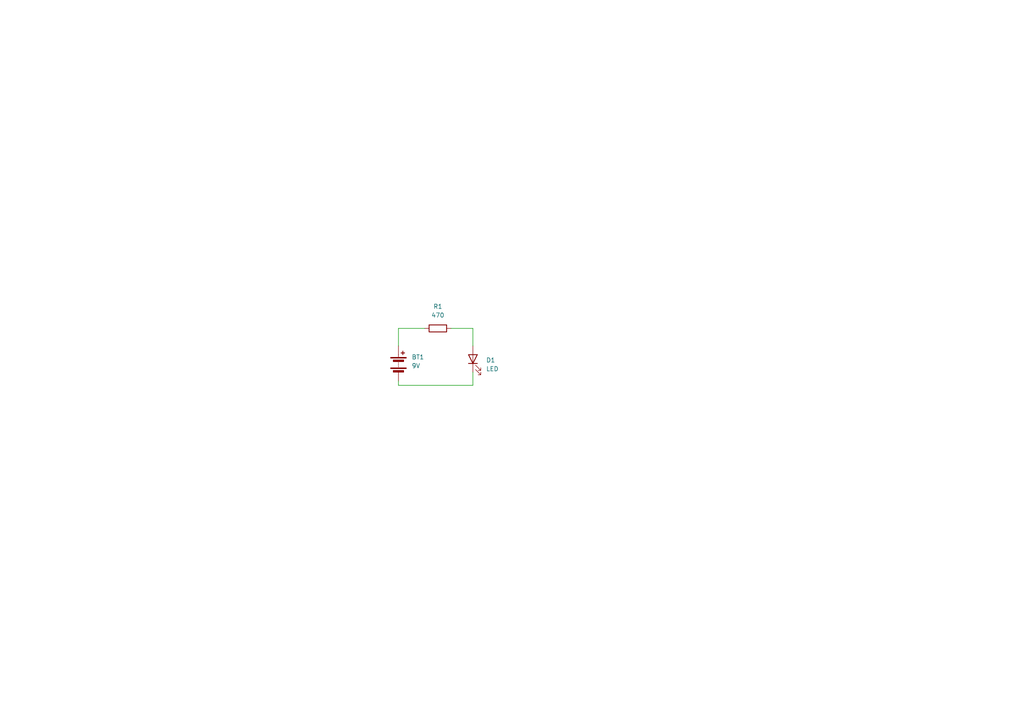
<source format=kicad_sch>
(kicad_sch (version 20231120) (generator "eeschema") (generator_version "8.0")
  (paper "A4")
  (lib_symbols
    (symbol "Device:Battery" (pin_numbers hide) (pin_names (offset 0) hide)
      (property "Reference" "BT" (at 2.54 2.54 0))
      (property "Value" "Battery" (at 2.54 0 0))
      (symbol "Battery_0_1"
        (rectangle (start -2.286 -1.27) (end 2.286 -1.524) (fill (type outline)))
        (rectangle (start -2.286 1.778) (end 2.286 1.524) (fill (type outline)))
        (rectangle (start -1.524 -2.032) (end 1.524 -2.54) (fill (type outline)))
        (rectangle (start -1.524 1.016) (end 1.524 0.508) (fill (type outline)))
        (polyline (pts (xy 0 -1.016) (xy 0 -0.762)))
        (polyline (pts (xy 0 -0.508) (xy 0 -0.254)))
        (polyline (pts (xy 0 0) (xy 0 0.254)))
        (polyline (pts (xy 0 1.778) (xy 0 2.54)))
        (polyline (pts (xy 0.762 3.048) (xy 1.778 3.048)) (stroke (width 0.254)))
        (polyline (pts (xy 1.27 3.556) (xy 1.27 2.54)) (stroke (width 0.254)))
      )
      (symbol "Battery_1_1"
        (pin passive line (at 0 5.08 270) (length 2.54) (name "+") (number "1"))
        (pin passive line (at 0 -5.08 90) (length 2.54) (name "-") (number "2"))
      )
    )
    (symbol "Device:LED" (pin_numbers hide) (pin_names (offset 1.016) hide)
      (property "Reference" "D" (at 0 2.54 0))
      (property "Value" "LED" (at 0 -2.54 0))
      (symbol "LED_0_1"
        (polyline (pts (xy -1.27 -1.27) (xy -1.27 1.27)) (stroke (width 0.254)))
        (polyline (pts (xy -1.27 0) (xy 1.27 0)))
        (polyline (pts (xy 1.27 -1.27) (xy 1.27 1.27) (xy -1.27 0) (xy 1.27 -1.27)) (stroke (width 0.254)))
        (polyline (pts (xy -3.048 -0.762) (xy -4.572 -2.286) (xy -3.81 -2.286) (xy -4.572 -2.286) (xy -4.572 -1.524)))
        (polyline (pts (xy -1.778 -0.762) (xy -3.302 -2.286) (xy -2.54 -2.286) (xy -3.302 -2.286) (xy -3.302 -1.524)))
      )
      (symbol "LED_1_1"
        (pin passive line (at -3.81 0 0) (length 2.54) (name "K") (number "1"))
        (pin passive line (at 3.81 0 180) (length 2.54) (name "A") (number "2"))
      )
    )
    (symbol "Device:R" (pin_numbers hide) (pin_names (offset 0))
      (property "Reference" "R" (at 2.032 0 90))
      (property "Value" "R" (at 0 0 90))
      (symbol "R_0_1"
        (rectangle (start -1.016 -2.54) (end 1.016 2.54) (stroke (width 0.254)))
      )
      (symbol "R_1_1"
        (pin passive line (at 0 3.81 270) (length 1.27) (name "~") (number "1"))
        (pin passive line (at 0 -3.81 90) (length 1.27) (name "~") (number "2"))
      )
    )
  )
  (wire (pts (xy 130.81 95.25) (xy 137.16 95.25)))
  (wire (pts (xy 137.16 95.25) (xy 137.16 100.33)))
  (wire (pts (xy 115.57 95.25) (xy 123.19 95.25)))
  (wire (pts (xy 115.57 111.76) (xy 115.57 110.49)))
  (wire (pts (xy 137.16 111.76) (xy 115.57 111.76)))
  (wire (pts (xy 137.16 107.95) (xy 137.16 111.76)))
  (wire (pts (xy 115.57 100.33) (xy 115.57 95.25)))
  (symbol (lib_id "Device:Battery") (at 115.57 105.41 0) (unit 1)
    (property "Reference" "BT1" (at 119.38 103.5684 0) (effects (justify left)))
    (property "Value" "9V" (at 119.38 106.1084 0) (effects (justify left)))
    (property "Footprint" "Connector_PinHeader_2.54mm:PinHeader_1x02_P2.54mm_Vertical" (effects (hide yes)))
    (property "Description" "Multiple-cell battery" (effects (hide yes)))
  )
  (symbol (lib_id "Device:LED") (at 137.16 104.14 90) (unit 1)
    (property "Reference" "D1" (at 140.97 104.4574 90) (effects (justify right)))
    (property "Value" "LED" (at 140.97 106.9974 90) (effects (justify right)))
    (property "Footprint" "LED_THT:LED_D5.0mm" (effects (hide yes)))
    (property "Description" "Light emitting diode" (effects (hide yes)))
  )
  (symbol (lib_id "Device:R") (at 127 95.25 270) (unit 1)
    (property "Reference" "R1" (at 127 88.9 90))
    (property "Value" "470" (at 127 91.44 90))
    (property "Footprint" "Resistor_THT:R_Axial_DIN0204_L3.6mm_D1.6mm_P5.08mm_Horizontal" (effects (hide yes)))
    (property "Description" "Resistor" (effects (hide yes)))
  )
)
</source>
